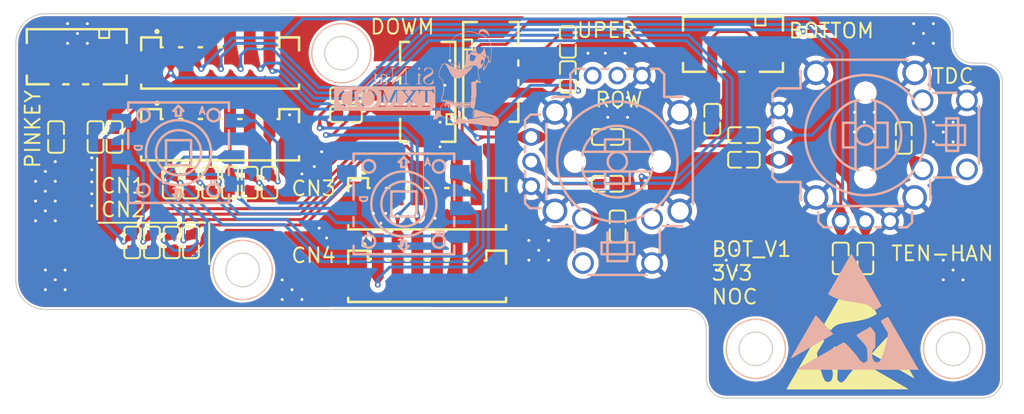
<source format=kicad_pcb>
(kicad_pcb (version 20240108) (generator "pcbnew") (generator_version "8.0")
  (layers (0 "F.Cu" signal) (31 "B.Cu" signal) (34 "B.Paste" user) (35 "F.Paste" user) (36 "B.SilkS" user "B.Silkscreen") (37 "F.SilkS" user "F.Silkscreen") (38 "B.Mask" user) (39 "F.Mask" user) (44 "Edge.Cuts" user))
  (net 0 "")
  (net 1 "+3V3")
  (net 2 "GND")
  (net 3 "/TDC-KEY1")
  (net 4 "/ROW-KEY1")
  (net 5 "/BOTTOM-KEY")
  (net 6 "/PINKEY-AHEAD")
  (net 7 "/PINKEY-FOWORD")
  (net 8 "/PINKEYKEY-AHEAD")
  (net 9 "/PINKEYKEY-FOWORD")
  (net 10 "/PINKEYKEYKEY-AHEAD")
  (net 11 "/PINKEYKEYKEY-FOWORD")
  (net 12 "/MID-HAND")
  (net 13 "/MID-LEFT")
  (net 14 "/MID-FORW")
  (net 15 "/MID-RIGHT")
  (net 16 "/MID-KEY")
  (net 17 "/MAD-HAND")
  (net 18 "/MAD-LEFT")
  (net 19 "/MAD-FORW")
  (net 20 "/MAD-RIGHT")
  (net 21 "/MAD-KEY")
  (net 22 "/TDC-RV1")
  (net 23 "/TDC-RV2")
  (net 24 "/ROW-RV1")
  (footprint "self-mod:0603_C" (layer "F.Cu") (at 113.7099 96.13 90)
    (property "Reference" "C15" (hide yes))
    (property "Value" "100nf/50V" (hide yes))
  )
  (footprint "self-mod:0603_C" (layer "F.Cu") (at 182 91.6 90)
    (property "Reference" "C3" (hide yes))
    (property "Value" "100nf/50V" (hide yes))
  )
  (footprint "self-mod:0603_C" (layer "F.Cu") (at 125.47 89.18 180)
    (property "Reference" "C8" (hide yes))
    (property "Value" "100nf/50V" (hide yes))
  )
  (footprint "self-mod:0603_C" (layer "F.Cu") (at 107.8 102.2 90)
    (property "Reference" "C19" (hide yes))
    (property "Value" "100nf/50V" (hide yes))
  )
  (footprint "self-mod:0603_C" (layer "F.Cu") (at 162.59 89.75 -90)
    (property "Reference" "C5" (hide yes))
    (property "Value" "100nf/50V" (hide yes))
  )
  (footprint "self-mod:0603_C" (layer "F.Cu") (at 153 100.562 -90)
    (property "Reference" "C4" (hide yes))
    (property "Value" "100nf/50V" (hide yes))
  )
  (footprint "self-mod:0603_C" (layer "F.Cu") (at 109.75 102.2 90)
    (property "Reference" "C18" (hide yes))
    (property "Value" "100nf/50V" (hide yes))
  )
  (footprint "self-connecte:CONN-SMD_3P-P2.00_PH2.0-LT-3P" (layer "F.Cu") (at 164.59 83.4565 180)
    (property "Reference" "J1" (hide yes))
    (property "Value" "PH2.0-LS-3P" (hide yes))
  )
  (footprint "self-mod:0603_C" (layer "F.Cu") (at 100.08 91.5 -90)
    (property "Reference" "C10" (hide yes))
    (property "Value" "100nf/50V" (hide yes))
  )
  (footprint "self-connecte:CONN-SMD_6P-P2.00_SHOU_2.0-6PLTDK" (layer "F.Cu") (at 133.6901 97.455)
    (property "Reference" "P3" (hide yes))
    (property "Value" "PH2.0-6P-LT" (hide yes))
  )
  (footprint "self-mod:0603_C" (layer "F.Cu") (at 147.95 85.41 90)
    (property "Reference" "C7" (hide yes))
    (property "Value" "100nf/50V" (hide yes))
  )
  (footprint "self-mod:0603_C" (layer "F.Cu") (at 115.7099 96.13 90)
    (property "Reference" "C16" (hide yes))
    (property "Value" "100nf/50V" (hide yes))
  )
  (footprint "self-connecte:CONN-SMD_3P-P2.00_PH2.0-LT-3P" (layer "F.Cu") (at 132.3835 86.82 90)
    (property "Reference" "J3" (hide yes))
    (property "Value" "PH2.0-LS-3P" (hide yes))
  )
  (footprint "self-mod:0603_C" (layer "F.Cu") (at 165.8 91.311)
    (property "Reference" "C23" (hide yes))
    (property "Value" "100nf/50V" (hide yes))
  )
  (footprint "self-mod:0603_C" (layer "F.Cu") (at 152 91.5 180)
    (property "Reference" "C2" (hide yes))
    (property "Value" "100nf/50V" (hide yes))
  )
  (footprint "self-mod:0603_C" (layer "F.Cu") (at 147.95 81.85 -90)
    (property "Reference" "C6" (hide yes))
    (property "Value" "100nf/50V" (hide yes))
  )
  (footprint "self-mod:0603_C" (layer "F.Cu") (at 103.8 102.2 90)
    (property "Reference" "C21" (hide yes))
    (property "Value" "100nf/50V" (hide yes))
  )
  (footprint "self-mod:0603_C" (layer "F.Cu") (at 111.7099 96.13 90)
    (property "Reference" "C14" (hide yes))
    (property "Value" "100nf/50V" (hide yes))
  )
  (footprint "self-mod:0603_C" (layer "F.Cu") (at 102 91.5 -90)
    (property "Reference" "C25" (hide yes))
    (property "Value" "100nf/50V" (hide yes))
  )
  (footprint "self-mod:0603_C" (layer "F.Cu") (at 117.7099 96.13 90)
    (property "Reference" "C17" (hide yes))
    (property "Value" "100nf/50V" (hide yes))
  )
  (footprint "self-connecte:CONN-SMD_6P-P2.00_SHOU_2.0-6PLTDK" (layer "F.Cu") (at 133.6901 104.815)
    (property "Reference" "P4" (hide yes))
    (property "Value" "PH2.0-6P-LT" (hide yes))
  )
  (footprint "self-mod:0603_C" (layer "F.Cu") (at 151.98 96.25 180)
    (property "Reference" "C24" (hide yes))
    (property "Value" "100nf/50V" (hide yes))
  )
  (footprint "self-connecte:CONN-SMD_6P-P2.00_SHOU_2.0-6PLTDK" (layer "F.Cu") (at 112.71 90.45)
    (property "Reference" "P2" (hide yes))
    (property "Value" "PH2.0-6P-LT" (hide yes))
  )
  (footprint "self-mod:0603_C" (layer "F.Cu") (at 165.8 93.81)
    (property "Reference" "C1" (hide yes))
    (property "Value" "100nf/50V" (hide yes))
  )
  (footprint "self-connecte:CONN-SMD_6P-P2.00_SHOU_2.0-6PLTDK" (layer "F.Cu") (at 112.71 83.17)
    (property "Reference" "P1" (hide yes))
    (property "Value" "PH2.0-6P-LT" (hide yes))
  )
  (footprint "self-mod:0603_C" (layer "F.Cu") (at 109.7099 96.13 90)
    (property "Reference" "C13" (hide yes))
    (property "Value" "100nf/50V" (hide yes))
  )
  (footprint "self-mod:0603_C" (layer "F.Cu") (at 105.8 102.2 90)
    (property "Reference" "C20" (hide yes))
    (property "Value" "100nf/50V" (hide yes))
  )
  (footprint "self-mod:0603_C" (layer "F.Cu") (at 175.6065 103.82 90)
    (property "Reference" "C26" (hide yes))
    (property "Value" "100nf/50V" (hide yes))
  )
  (footprint "self-mod:0603_C" (layer "F.Cu") (at 96.08 91.5 -90)
    (property "Reference" "C11" (hide yes))
    (property "Value" "100nf/50V" (hide yes))
  )
  (footprint "self-mod:0603_C" (layer "F.Cu") (at 178.1065 103.82 90)
    (property "Reference" "C22" (hide yes))
    (property "Value" "100nf/50V" (hide yes))
  )
  (footprint "Symbol:ESD-Logo_13.2x12mm_SilkScreen" (layer "F.Cu") (at 176.6 111.2)
    (property "Reference" "REF**" (hide yes))
    (property "Value" "ESD-Logo_13.2x12mm_SilkScreen" (hide yes))
  )
  (footprint "self-connecte:CONN-SMD_3P-P2.00_PH2.0-LT-3P" (layer "F.Cu") (at 98.08 84.7265 180)
    (property "Reference" "J4" (hide yes))
    (property "Value" "PH2.0-LS-3P" (hide yes))
  )
  (footprint "self-mod:0603_C" (layer "F.Cu") (at 125.47 87.28 180)
    (property "Reference" "C9" (hide yes))
    (property "Value" "100nf/50V" (hide yes))
  )
  (footprint "self-mod:0603_C" (layer "F.Cu") (at 107.7099 96.13 90)
    (property "Reference" "C12" (hide yes))
    (property "Value" "100nf/50V" (hide yes))
  )
  (footprint "self-connecte:CONN-SMD_3P-P2.00_PH2.0-LT-3P" (layer "F.Cu") (at 141.5065 85 -90)
    (property "Reference" "J2" (hide yes))
    (property "Value" "PH2.0-LS-3P" (hide yes))
  )
  (footprint "Symbol:ESD-Logo_13.2x12mm_SilkScreen" (layer "B.Cu") (at 177 109.2 180)
    (property "Reference" "REF**" (hide yes))
    (property "Value" "ESD-Logo_13.2x12mm_SilkScreen" (hide yes))
  )
  (footprint "self-mod:logo-mengniangxiaoyugan-test" (layer "B.Cu") (at 107.779113 85.578676 180)
    (property "Reference" "G***" (hide yes))
    (property "Value" "LOGO" (hide yes))
  )
  (footprint "self-mod:5AXIS_SWITCH-SMD_K1-1506SN-01" (layer "B.Cu") (at 131.315 98.293932 180)
    (property "Reference" "SW3" (hide yes))
    (property "Value" "K1-1506SN-01" (hide yes))
  )
  (footprint "self-mod:4AXIS_ROTATE-TH_RKJXV1224005" (layer "B.Cu") (at 178.8875 92.513 -90)
    (property "Reference" "SW1" (hide yes))
    (property "Value" "RKJXV1224005" (hide yes))
  )
  (footprint "self-mod:5AXIS_SWITCH-SMD_K1-1506SN-01" (layer "B.Cu") (at 108.475 93.093932 180)
    (property "Reference" "SW4" (hide yes))
    (property "Value" "K1-1506SN-01" (hide yes))
  )
  (footprint "self-mod:4AXIS_ROTATE-TH_RKJXV1224005" (layer "B.Cu") (at 151.767 94.781 180)
    (property "Reference" "SW2" (hide yes))
    (property "Value" "RKJXV1224005" (hide yes))
  )
  (gr_circle (center 115 105) (end 118 105) (stroke (width 0.13)) (fill none) (layer "B.SilkS"))
  (gr_circle (center 187 113) (end 190 113) (stroke (width 0.13)) (fill none) (layer "B.SilkS"))
  (gr_circle (center 125 83) (end 128 83) (stroke (width 0.13)) (fill none) (layer "B.SilkS"))
  (gr_circle (center 167 113) (end 170 113) (stroke (width 0.13)) (fill none) (layer "B.SilkS"))
  (gr_circle (center 187 113) (end 190 113) (stroke (width 0.13)) (fill none) (layer "F.SilkS"))
  (gr_circle (center 125 83) (end 128 83) (stroke (width 0.13)) (fill none) (layer "F.SilkS"))
  (gr_circle (center 115 105) (end 118 105) (stroke (width 0.13)) (fill none) (layer "F.SilkS"))
  (gr_line (start 111.6 100.2) (end 111.6 104.4) (stroke (width 0.2)) (layer "F.SilkS"))
  (gr_line (start 100.25 93.65) (end 100.25 99.85) (stroke (width 0.2)) (layer "F.SilkS"))
  (gr_circle (center 167 113) (end 170 113) (stroke (width 0.13)) (fill none) (layer "F.SilkS"))
  (gr_line (start 100.4 100.2) (end 111.2 100.2) (stroke (width 0.2)) (layer "F.SilkS"))
  (gr_line (start 162 115.993355) (end 162 110.999999) (stroke (width 0.13)) (layer "Edge.Cuts"))
  (gr_circle (center 167 113) (end 168.7 113) (stroke (width 0.13)) (fill none) (layer "Edge.Cuts"))
  (gr_arc (start 192 115.999988) (mid 191.414218 117.414209) (end 190 117.999988) (stroke (width 0.13)) (layer "Edge.Cuts"))
  (gr_line (start 92 82) (end 92 105.999998) (stroke (width 0.13)) (layer "Edge.Cuts"))
  (gr_line (start 190 83.999999) (end 189 83.999999) (stroke (width 0.13)) (layer "Edge.Cuts"))
  (gr_line (start 190 117.999999) (end 164 117.999999) (stroke (width 0.13)) (layer "Edge.Cuts"))
  (gr_line (start 192 115.999988) (end 192 85.999999) (stroke (width 0.13)) (layer "Edge.Cuts"))
  (gr_arc (start 189 83.999999) (mid 187.58344 83.411862) (end 187 81.993355) (stroke (width 0.13)) (layer "Edge.Cuts"))
  (gr_arc (start 160 108.999999) (mid 161.414214 109.585785) (end 162 110.999999) (stroke (width 0.13)) (layer "Edge.Cuts"))
  (gr_arc (start 164 117.999999) (mid 162.58344 117.411862) (end 162 115.993355) (stroke (width 0.13)) (layer "Edge.Cuts"))
  (gr_line (start 185 78.999999) (end 95.000001 78.999999) (stroke (width 0.13)) (layer "Edge.Cuts"))
  (gr_arc (start 190 83.999999) (mid 191.414214 84.585785) (end 192 85.999999) (stroke (width 0.13)) (layer "Edge.Cuts"))
  (gr_circle (center 125 83) (end 126.7 83) (stroke (width 0.13)) (fill none) (layer "Edge.Cuts"))
  (gr_circle (center 187 113) (end 188.7 113) (stroke (width 0.13)) (fill none) (layer "Edge.Cuts"))
  (gr_line (start 187 81.993355) (end 187 80.999999) (stroke (width 0.13)) (layer "Edge.Cuts"))
  (gr_line (start 95.000001 108.999999) (end 160 108.999999) (stroke (width 0.13)) (layer "Edge.Cuts"))
  (gr_arc (start 95.000001 108.999999) (mid 92.87868 108.121319) (end 92 105.999998) (stroke (width 0.13)) (layer "Edge.Cuts"))
  (gr_arc (start 185 78.999999) (mid 186.414214 79.585785) (end 187 80.999999) (stroke (width 0.13)) (layer "Edge.Cuts"))
  (gr_circle (center 115 105) (end 116.7 105) (stroke (width 0.13)) (fill none) (layer "Edge.Cuts"))
  (gr_arc (start 92 82) (mid 92.87868 79.878679) (end 95.000001 78.999999) (stroke (width 0.13)) (layer "Edge.Cuts"))
  (gr_text "BOTTOM" (at 170.2 81.6 0) (layer "F.SilkS") (effects (font (size 1.5 1.5) (thickness 0.2)) (justify left bottom)))
  (gr_text "PINKEY" (at 94.6 94.8 90) (layer "F.SilkS") (effects (font (size 1.5 1.5) (thickness 0.2)) (justify left bottom)))
  (gr_text "CN3" (at 119.8 97.6 0) (layer "F.SilkS") (effects (font (size 1.5 1.5) (thickness 0.2)) (justify left bottom)))
  (gr_text "TDC" (at 184.8 86.2 0) (layer "F.SilkS") (effects (font (size 1.5 1.5) (thickness 0.2)) (justify left bottom)))
  (gr_text "CN4" (at 119.8 104.4 0) (layer "F.SilkS") (effects (font (size 1.5 1.5) (thickness 0.2)) (justify left bottom)))
  (gr_text "BOT_V1\n3V3\nNOC" (at 162.4 108.6 0) (layer "F.SilkS") (effects (font (size 1.5 1.5) (thickness 0.2)) (justify left bottom)))
  (gr_text "DOWM" (at 127.8 81.2 0) (layer "F.SilkS") (effects (font (size 1.5 1.5) (thickness 0.2)) (justify left bottom)))
  (gr_text "CN1\nCN2" (at 100.5 99.75 0) (layer "F.SilkS") (effects (font (size 1.5 1.5) (thickness 0.2)) (justify left bottom)))
  (gr_text "TEN-HAN" (at 180.6 104.2 0) (layer "F.SilkS") (effects (font (size 1.5 1.5) (thickness 0.2)) (justify left bottom)))
  (gr_text "UPER" (at 148.75 81.55 0) (layer "F.SilkS") (effects (font (size 1.5 1.5) (thickness 0.2)) (justify left bottom)))
  (gr_text "ROW" (at 150.6 88.6 0) (layer "F.SilkS") (effects (font (size 1.5 1.5) (thickness 0.2)) (justify left bottom)))
  (segment (start 175.6065 103.05) (end 175.6065 100.04) (width 0.3) (layer "F.Cu") (net 1))
  (segment (start 144.24 91.5) (end 138.9 91.5) (width 0.3) (layer "F.Cu") (net 1))
  (segment (start 166.57 93.81) (end 169.3765 93.81) (width 0.3) (layer "F.Cu") (net 1))
  (segment (start 102 90.73) (end 107.7099 85.0201) (width 0.3) (layer "F.Cu") (net 1))
  (segment (start 165.15 92.39) (end 152.12 92.39) (width 0.3) (layer "F.Cu") (net 1))
  (segment (start 152.12 92.39) (end 151.23 91.5) (width 0.3) (layer "F.Cu") (net 1))
  (segment (start 107.7099 85.0201) (end 107.7099 81.895) (width 0.3) (layer "F.Cu") (net 1))
  (segment (start 144.24 91.5) (end 151.23 91.5) (width 0.3) (layer "F.Cu") (net 1))
  (segment (start 173.01 93.81) (end 169.3765 93.81) (width 0.3) (layer "F.Cu") (net 1))
  (segment (start 166.57 93.81) (end 165.15 92.39) (width 0.3) (layer "F.Cu") (net 1))
  (segment (start 175.6065 100.04) (end 175.6065 96.4065) (width 0.3) (layer "F.Cu") (net 1))
  (segment (start 138.9 91.5) (end 138.8 91.6) (width 0.3) (layer "F.Cu") (net 1))
  (segment (start 175.6065 96.4065) (end 173.01 93.81) (width 0.3) (layer "F.Cu") (net 1))
  (via (at 138.8 91.6) (size 0.6) (drill 0.3) (layers "F.Cu" "B.Cu") (net 1))
  (via (at 107.7099 85.0201) (size 0.6) (drill 0.3) (layers "F.Cu" "B.Cu") (net 1))
  (segment (start 118.616546 85.5) (end 108.1898 85.5) (width 0.3) (layer "B.Cu") (net 1))
  (segment (start 121.788401 88.671855) (end 118.616546 85.5) (width 0.3) (layer "B.Cu") (net 1))
  (segment (start 138.8 91.6) (end 135.871855 88.671855) (width 0.3) (layer "B.Cu") (net 1))
  (segment (start 108.1898 85.5) (end 107.7099 85.0201) (width 0.3) (layer "B.Cu") (net 1))
  (segment (start 135.871855 88.671855) (end 121.788401 88.671855) (width 0.3) (layer "B.Cu") (net 1))
  (via (at 128.25 99.25) (size 0.6) (drill 0.3) (layers "F.Cu" "B.Cu") (net 2))
  (via (at 119.75 89.25) (size 0.6) (drill 0.3) (layers "F.Cu" "B.Cu") (net 2))
  (via (at 152 89.5) (size 0.6) (drill 0.3) (layers "F.Cu" "B.Cu") (net 2))
  (via (at 185 80) (size 0.6) (drill 0.3) (layers "F.Cu" "B.Cu") (net 2))
  (via (at 183 82) (size 0.6) (drill 0.3) (layers "F.Cu" "B.Cu") (net 2))
  (via (at 119 108) (size 0.6) (drill 0.3) (layers "F.Cu" "B.Cu") (net 2))
  (via (at 96 106) (size 0.6) (drill 0.3) (layers "F.Cu" "B.Cu") (net 2))
  (via (at 96 94) (size 0.6) (drill 0.3) (layers "F.Cu" "B.Cu") (net 2))
  (via (at 97.25 80) (size 0.6) (drill 0.3) (layers "F.Cu" "B.Cu") (net 2))
  (via (at 129 100.25) (size 0.6) (drill 0.3) (layers "F.Cu" "B.Cu") (net 2))
  (via (at 186 104) (size 0.6) (drill 0.3) (layers "F.Cu" "B.Cu") (net 2))
  (via (at 96 100) (size 0.6) (drill 0.3) (layers "F.Cu" "B.Cu") (net 2))
  (via (at 179 89) (size 0.6) (drill 0.3) (layers "F.Cu" "B.Cu") (net 2))
  (via (at 97 107) (size 0.6) (drill 0.3) (layers "F.Cu" "B.Cu") (net 2))
  (via (at 146 102) (size 0.6) (drill 0.3) (layers "F.Cu" "B.Cu") (net 2))
  (via (at 94 100) (size 0.6) (drill 0.3) (layers "F.Cu" "B.Cu") (net 2))
  (via (at 163 103) (size 0.6) (drill 0.3) (layers "F.Cu" "B.Cu") (net 2))
  (via (at 97 105) (size 0.6) (drill 0.3) (layers "F.Cu" "B.Cu") (net 2))
  (via (at 150 83) (size 0.6) (drill 0.3) (layers "F.Cu" "B.Cu") (net 2))
  (via (at 152 87.5) (size 0.6) (drill 0.3) (layers "F.Cu" "B.Cu") (net 2))
  (via (at 99.7 98.48) (size 0.6) (drill 0.3) (layers "F.Cu" "B.Cu") (net 2))
  (via (at 185 92) (size 0.6) (drill 0.3) (layers "F.Cu" "B.Cu") (net 2))
  (via (at 129.5 99.25) (size 0.6) (drill 0.3) (layers "F.Cu" "B.Cu") (net 2))
  (via (at 153.75 83) (size 0.6) (drill 0.3) (layers "F.Cu" "B.Cu") (net 2))
  (via (at 164 104) (size 0.6) (drill 0.3) (layers "F.Cu" "B.Cu") (net 2))
  (via (at 123.75 89.75) (size 0.6) (drill 0.3) (layers "F.Cu" "B.Cu") (net 2))
  (via (at 99.7 96.05) (size 0.6) (drill 0.3) (layers "F.Cu" "B.Cu") (net 2))
  (via (at 185 82) (size 0.6) (drill 0.3) (layers "F.Cu" "B.Cu") (net 2))
  (via (at 145 103) (size 0.6) (drill 0.3) (layers "F.Cu" "B.Cu") (net 2))
  (via (at 96 96) (size 0.6) (drill 0.3) (layers "F.Cu" "B.Cu") (net 2))
  (via (at 144 104) (size 0.6) (drill 0.3) (layers "F.Cu" "B.Cu") (net 2))
  (via (at 96 98) (size 0.6) (drill 0.3) (layers "F.Cu" "B.Cu") (net 2))
  (via (at 134.5 99.75) (size 0.6) (drill 0.3) (layers "F.Cu" "B.Cu") (net 2))
  (via (at 95 105) (size 0.6) (drill 0.3) (layers "F.Cu" "B.Cu") (net 2))
  (via (at 123.5 101.75) (size 0.6) (drill 0.3) (layers "F.Cu" "B.Cu") (net 2))
  (via (at 135.5 86.25) (size 0.6) (drill 0.3) (layers "F.Cu" "B.Cu") (net 2))
  (via (at 99.25 82) (size 0.6) (drill 0.3) (layers "F.Cu" "B.Cu") (net 2))
  (via (at 95 107) (size 0.6) (drill 0.3) (layers "F.Cu" "B.Cu") (net 2))
  (via (at 99.25 80) (size 0.6) (drill 0.3) (layers "F.Cu" "B.Cu") (net 2))
  (via (at 187 90) (size 0.6) (drill 0.3) (layers "F.Cu" "B.Cu") (net 2))
  (via (at 98.25 81) (size 0.6) (drill 0.3) (layers "F.Cu" "B.Cu") (net 2))
  (via (at 135 92.5) (size 0.6) (drill 0.3) (layers "F.Cu" "B.Cu") (net 2))
  (via (at 177 89) (size 0.6) (drill 0.3) (layers "F.Cu" "B.Cu") (net 2))
  (via (at 177 91) (size 0.6) (drill 0.3) (layers "F.Cu" "B.Cu") (net 2))
  (via (at 94 98) (size 0.6) (drill 0.3) (layers "F.Cu" "B.Cu") (net 2))
  (via (at 127.25 101.75) (size 0.6) (drill 0.3) (layers "F.Cu" "B.Cu") (net 2))
  (via (at 121 108) (size 0.6) (drill 0.3) (layers "F.Cu" "B.Cu") (net 2))
  (via (at 187 105) (size 0.6) (drill 0.3) (layers "F.Cu" "B.Cu") (net 2))
  (via (at 120 107) (size 0.6) (drill 0.3) (layers "F.Cu" "B.Cu") (net 2))
  (via (at 95 97) (size 0.6) (drill 0.3) (layers "F.Cu" "B.Cu") (net 2))
  (via (at 183 80) (size 0.6) (drill 0.3) (layers "F.Cu" "B.Cu") (net 2))
  (via (at 135 90) (size 0.6) (drill 0.3) (layers "F.Cu" "B.Cu") (net 2))
  (via (at 122.25 94.5) (size 0.6) (drill 0.3) (layers "F.Cu" "B.Cu") (net 2))
  (via (at 151.75 83) (size 0.6) (drill 0.3) (layers "F.Cu" "B.Cu") (net 2))
  (via (at 163 105) (size 0.6) (drill 0.3) (layers "F.Cu" "B.Cu") (net 2))
  (via (at 119 106) (size 0.6) (drill 0.3) (layers "F.Cu" "B.Cu") (net 2))
  (via (at 165 105) (size 0.6) (drill 0.3) (layers "F.Cu" "B.Cu") (net 2))
  (via (at 95 99) (size 0.6) (drill 0.3) (layers "F.Cu" "B.Cu") (net 2))
  (via (at 153 88.5) (size 0.6) (drill 0.3) (layers "F.Cu" "B.Cu") (net 2))
  (via (at 185 90) (size 0.6) (drill 0.3) (layers "F.Cu" "B.Cu") (net 2))
  (via (at 99.7 93.62) (size 0.6) (drill 0.3) (layers "F.Cu" "B.Cu") (net 2))
  (via (at 146 104) (size 0.6) (drill 0.3) (layers "F.Cu" "B.Cu") (net 2))
  (via (at 99.7 94.835) (size 0.6) (drill 0.3) (layers "F.Cu" "B.Cu") (net 2))
  (via (at 178 90) (size 0.6) (drill 0.3) (layers "F.Cu" "B.Cu") (net 2))
  (via (at 154 87.5) (size 0.6) (drill 0.3) (layers "F.Cu" "B.Cu") (net 2))
  (via (at 187 92) (size 0.6) (drill 0.3) (layers "F.Cu" "B.Cu") (net 2))
  (via (at 122.75 100.75) (size 0.6) (drill 0.3) (layers "F.Cu" "B.Cu") (net 2))
  (via (at 94 96) (size 0.6) (drill 0.3) (layers "F.Cu" "B.Cu") (net 2))
  (via (at 179 91) (size 0.6) (drill 0.3) (layers "F.Cu" "B.Cu") (net 2))
  (via (at 97.25 82) (size 0.6) (drill 0.3) (layers "F.Cu" "B.Cu") (net 2))
  (via (at 188 104) (size 0.6) (drill 0.3) (layers "F.Cu" "B.Cu") (net 2))
  (via (at 123 93) (size 0.6) (drill 0.3) (layers "F.Cu" "B.Cu") (net 2))
  (via (at 186 106) (size 0.6) (drill 0.3) (layers "F.Cu" "B.Cu") (net 2))
  (via (at 165 103) (size 0.6) (drill 0.3) (layers "F.Cu" "B.Cu") (net 2))
  (via (at 144 102) (size 0.6) (drill 0.3) (layers "F.Cu" "B.Cu") (net 2))
  (via (at 186 91) (size 0.6) (drill 0.3) (layers "F.Cu" "B.Cu") (net 2))
  (via (at 121 95.25) (size 0.6) (drill 0.3) (layers "F.Cu" "B.Cu") (net 2))
  (via (at 136 83.75) (size 0.6) (drill 0.3) (layers "F.Cu" "B.Cu") (net 2))
  (via (at 154 89.5) (size 0.6) (drill 0.3) (layers "F.Cu" "B.Cu") (net 2))
  (via (at 184 81) (size 0.6) (drill 0.3) (layers "F.Cu" "B.Cu") (net 2))
  (via (at 99.7 97.265) (size 0.6) (drill 0.3) (layers "F.Cu" "B.Cu") (net 2))
  (via (at 95 95) (size 0.6) (drill 0.3) (layers "F.Cu" "B.Cu") (net 2))
  (via (at 188 106) (size 0.6) (drill 0.3) (layers "F.Cu" "B.Cu") (net 2))
  (segment (start 179.183884 80.783884) (end 180.6 82.2) (width 0.3) (layer "F.Cu") (net 3))
  (segment (start 182 92.37) (end 182 92.8925) (width 0.3) (layer "F.Cu") (net 3))
  (segment (start 171.816116 80.783884) (end 179.183884 80.783884) (width 0.3) (layer "F.Cu") (net 3))
  (segment (start 180.6 90.97) (end 182 92.37) (width 0.3) (layer "F.Cu") (net 3))
  (segment (start 113.7099 81.895) (end 113.7099 83.5099) (width 0.3) (layer "F.Cu") (net 3))
  (segment (start 182 92.8925) (end 183.8985 94.791) (width 0.3) (layer "F.Cu") (net 3))
  (segment (start 180.6 82.2) (end 180.6 90.97) (width 0.3) (layer "F.Cu") (net 3))
  (segment (start 113.7099 83.5099) (end 114.8 84.6) (width 0.3) (layer "F.Cu") (net 3))
  (via (at 114.8 84.6) (size 0.6) (drill 0.3) (layers "F.Cu" "B.Cu") (net 3))
  (via (at 171.816116 80.783884) (size 0.6) (drill 0.3) (layers "F.Cu" "B.Cu") (net 3))
  (segment (start 133.371855 80.628145) (end 126.978145 87.021855) (width 0.3) (layer "B.Cu") (net 3))
  (segment (start 126.978145 87.021855) (end 122.471855 87.021855) (width 0.3) (layer "B.Cu") (net 3))
  (segment (start 171.816116 80.783884) (end 171.660377 80.628145) (width 0.3) (layer "B.Cu") (net 3))
  (segment (start 115.45 82.55) (end 114.8 83.2) (width 0.3) (layer "B.Cu") (net 3))
  (segment (start 171.660377 80.628145) (end 133.371855 80.628145) (width 0.3) (layer "B.Cu") (net 3))
  (segment (start 118 82.55) (end 115.45 82.55) (width 0.3) (layer "B.Cu") (net 3))
  (segment (start 114.8 83.2) (end 114.8 84.6) (width 0.3) (layer "B.Cu") (net 3))
  (segment (start 122.471855 87.021855) (end 118 82.55) (width 0.3) (layer "B.Cu") (net 3))
  (segment (start 155.416865 95.5) (end 155.416865 97.375135) (width 0.3) (layer "F.Cu") (net 4))
  (segment (start 117.7099 81.895) (end 117.7099 84.5099) (width 0.3) (layer "F.Cu") (net 4))
  (segment (start 117.7099 84.5099) (end 118 84.8) (width 0.3) (layer "F.Cu") (net 4))
  (segment (start 155.416865 97.375135) (end 153 99.792) (width 0.3) (layer "F.Cu") (net 4))
  (segment (start 149.489 99.792) (end 153 99.792) (width 0.3) (layer "F.Cu") (net 4))
  (via (at 155.416865 95.5) (size 0.6) (drill 0.3) (layers "F.Cu" "B.Cu") (net 4))
  (via (at 118 84.8) (size 0.6) (drill 0.3) (layers "F.Cu" "B.Cu") (net 4))
  (segment (start 158.972182 95.65) (end 155.566865 95.65) (width 0.3) (layer "B.Cu") (net 4))
  (segment (start 127.455963 88.121855) (end 127.778145 87.799672) (width 0.3) (layer "B.Cu") (net 4))
  (segment (start 133.849672 81.728145) (end 159.950326 81.728145) (width 0.3) (layer "B.Cu") (net 4))
  (segment (start 159.950326 81.728145) (end 164.05 85.827819) (width 0.3) (layer "B.Cu") (net 4))
  (segment (start 122.016219 88.121855) (end 127.455963 88.121855) (width 0.3) (layer "B.Cu") (net 4))
  (segment (start 164.05 85.827819) (end 164.05 90.572182) (width 0.3) (layer "B.Cu") (net 4))
  (segment (start 118.694364 84.8) (end 122.016219 88.121855) (width 0.3) (layer "B.Cu") (net 4))
  (segment (start 155.566865 95.65) (end 155.416865 95.5) (width 0.3) (layer "B.Cu") (net 4))
  (segment (start 164.05 90.572182) (end 158.972182 95.65) (width 0.3) (layer "B.Cu") (net 4))
  (segment (start 127.778145 87.799672) (end 133.849672 81.728145) (width 0.3) (layer "B.Cu") (net 4))
  (segment (start 118 84.8) (end 118.694364 84.8) (width 0.3) (layer "B.Cu") (net 4))
  (segment (start 162.59 88.98) (end 162.59 84.5815) (width 0.3) (layer "F.Cu") (net 5))
  (segment (start 163.2 80.8) (end 162.59 81.41) (width 0.3) (layer "F.Cu") (net 5))
  (segment (start 136.69 84.56) (end 136.69 96.18) (width 0.3) (layer "F.Cu") (net 5))
  (segment (start 162.59 88.98) (end 162.565 88.98) (width 0.3) (layer "F.Cu") (net 5))
  (segment (start 162.565 88.98) (end 153.385 79.8) (width 0.3) (layer "F.Cu") (net 5))
  (segment (start 141.706491 82.1) (end 139.15 82.1) (width 0.3) (layer "F.Cu") (net 5))
  (segment (start 166.59 84.5815) (end 166.59 81.39) (width 0.3) (layer "F.Cu") (net 5))
  (segment (start 153.385 79.8) (end 144.006491 79.8) (width 0.3) (layer "F.Cu") (net 5))
  (segment (start 139.15 82.1) (end 136.69 84.56) (width 0.3) (layer "F.Cu") (net 5))
  (segment (start 162.59 81.41) (end 162.59 84.5815) (width 0.3) (layer "F.Cu") (net 5))
  (segment (start 166 80.8) (end 163.2 80.8) (width 0.3) (layer "F.Cu") (net 5))
  (segment (start 144.006491 79.8) (end 141.706491 82.1) (width 0.3) (layer "F.Cu") (net 5))
  (segment (start 166.59 81.39) (end 166 80.8) (width 0.3) (layer "F.Cu") (net 5))
  (segment (start 138.69 96.18) (end 138.69 92.49) (width 0.3) (layer "F.Cu") (net 6))
  (segment (start 147.12 81.08) (end 145.2 83) (width 0.3) (layer "F.Cu") (net 6))
  (segment (start 137.24 91.04) (end 137.24 84.787818) (width 0.3) (layer "F.Cu") (net 6))
  (segment (start 138.69 92.49) (end 137.24 91.04) (width 0.3) (layer "F.Cu") (net 6))
  (segment (start 139.027818 83) (end 142.6315 83) (width 0.3) (layer "F.Cu") (net 6))
  (segment (start 147.95 81.08) (end 147.12 81.08) (width 0.3) (layer "F.Cu") (net 6))
  (segment (start 137.24 84.787818) (end 139.027818 83) (width 0.3) (layer "F.Cu") (net 6))
  (segment (start 145.2 83) (end 142.6315 83) (width 0.3) (layer "F.Cu") (net 6))
  (segment (start 147.130547 86.18) (end 147.95 86.18) (width 0.3) (layer "F.Cu") (net 7))
  (segment (start 147.95 86.18) (end 148.38 86.18) (width 0.3) (layer "F.Cu") (net 7))
  (segment (start 148.38 86.18) (end 149 86.8) (width 0.3) (layer "F.Cu") (net 7))
  (segment (start 142.6315 87) (end 146.310547 87) (width 0.3) (layer "F.Cu") (net 7))
  (segment (start 128.69 106.49) (end 128.69 103.54) (width 0.3) (layer "F.Cu") (net 7))
  (segment (start 146.310547 87) (end 147.130547 86.18) (width 0.3) (layer "F.Cu") (net 7))
  (via (at 149 86.8) (size 0.6) (drill 0.3) (layers "F.Cu" "B.Cu") (net 7))
  (via (at 128.69 106.49) (size 0.6) (drill 0.3) (layers "F.Cu" "B.Cu") (net 7))
  (segment (start 139.9 102.855636) (end 139.9 90.5) (width 0.3) (layer "B.Cu") (net 7))
  (segment (start 128.69 106.49) (end 128.69 105.91) (width 0.3) (layer "B.Cu") (net 7))
  (segment (start 128.69 105.91) (end 129.9 104.7) (width 0.3) (layer "B.Cu") (net 7))
  (segment (start 148.45 86.25) (end 149 86.8) (width 0.3) (layer "B.Cu") (net 7))
  (segment (start 129.9 104.7) (end 138.055636 104.7) (width 0.3) (layer "B.Cu") (net 7))
  (segment (start 139.9 90.5) (end 144.15 86.25) (width 0.3) (layer "B.Cu") (net 7))
  (segment (start 144.15 86.25) (end 148.45 86.25) (width 0.3) (layer "B.Cu") (net 7))
  (segment (start 138.055636 104.7) (end 139.9 102.855636) (width 0.3) (layer "B.Cu") (net 7))
  (segment (start 124.1 91.3) (end 126.22 89.18) (width 0.3) (layer "F.Cu") (net 8))
  (segment (start 127.42 89.18) (end 127.8 88.8) (width 0.3) (layer "F.Cu") (net 8))
  (segment (start 130.69 99.5) (end 130.69 103.54) (width 0.3) (layer "F.Cu") (net 8))
  (segment (start 123.426101 91.3) (end 124.1 91.3) (width 0.3) (layer "F.Cu") (net 8))
  (segment (start 126.22 89.18) (end 126.24 89.18) (width 0.3) (layer "F.Cu") (net 8))
  (segment (start 127.8 88.8) (end 131.2385 88.8) (width 0.3) (layer "F.Cu") (net 8))
  (segment (start 131.2385 88.8) (end 131.2585 88.82) (width 0.3) (layer "F.Cu") (net 8))
  (segment (start 126.24 89.18) (end 127.42 89.18) (width 0.3) (layer "F.Cu") (net 8))
  (via (at 130.69 99.5) (size 0.6) (drill 0.3) (layers "F.Cu" "B.Cu") (net 8))
  (via (at 123.426101 91.3) (size 0.6) (drill 0.3) (layers "F.Cu" "B.Cu") (net 8))
  (segment (start 132.14 98.05) (end 130.69 99.5) (width 0.3) (layer "B.Cu") (net 8))
  (segment (start 123.426101 91.3) (end 131.272182 91.3) (width 0.3) (layer "B.Cu") (net 8))
  (segment (start 132.14 92.167818) (end 132.14 98.05) (width 0.3) (layer "B.Cu") (net 8))
  (segment (start 131.272182 91.3) (end 132.14 92.167818) (width 0.3) (layer "B.Cu") (net 8))
  (segment (start 123.835 88.29) (end 125.23 88.29) (width 0.3) (layer "F.Cu") (net 9))
  (segment (start 122.8 89.325) (end 123.835 88.29) (width 0.3) (layer "F.Cu") (net 9))
  (segment (start 122.8 90.6) (end 122.8 89.325) (width 0.3) (layer "F.Cu") (net 9))
  (segment (start 126.24 87.28) (end 128.7 84.82) (width 0.3) (layer "F.Cu") (net 9))
  (segment (start 125.23 88.29) (end 126.24 87.28) (width 0.3) (layer "F.Cu") (net 9))
  (segment (start 128.7 84.82) (end 131.2585 84.82) (width 0.3) (layer "F.Cu") (net 9))
  (segment (start 132.69 99.5) (end 132.69 103.54) (width 0.3) (layer "F.Cu") (net 9))
  (via (at 132.69 99.5) (size 0.6) (drill 0.3) (layers "F.Cu" "B.Cu") (net 9))
  (via (at 122.8 90.6) (size 0.6) (drill 0.3) (layers "F.Cu" "B.Cu") (net 9))
  (segment (start 122.8 90.6) (end 131.35 90.6) (width 0.3) (layer "B.Cu") (net 9))
  (segment (start 131.35 90.6) (end 132.69 91.94) (width 0.3) (layer "B.Cu") (net 9))
  (segment (start 132.69 91.94) (end 132.69 99.5) (width 0.3) (layer "B.Cu") (net 9))
  (segment (start 98.4 103.192182) (end 101.017818 105.81) (width 0.3) (layer "F.Cu") (net 10))
  (segment (start 124.99 107.99) (end 132.21 107.99) (width 0.3) (layer "F.Cu") (net 10))
  (segment (start 132.21 107.99) (end 134.69 105.51) (width 0.3) (layer "F.Cu") (net 10))
  (segment (start 101.017818 105.81) (end 108.500736 105.81) (width 0.3) (layer "F.Cu") (net 10))
  (segment (start 108.500736 105.81) (end 113.332591 100.978145) (width 0.3) (layer "F.Cu") (net 10))
  (segment (start 113.332591 100.978145) (end 117.978145 100.978145) (width 0.3) (layer "F.Cu") (net 10))
  (segment (start 134.69 105.51) (end 134.69 103.54) (width 0.3) (layer "F.Cu") (net 10))
  (segment (start 98.4 92.41) (end 98.4 103.192182) (width 0.3) (layer "F.Cu") (net 10))
  (segment (start 100.08 85.8515) (end 100.08 90.73) (width 0.3) (layer "F.Cu") (net 10))
  (segment (start 117.978145 100.978145) (end 124.99 107.99) (width 0.3) (layer "F.Cu") (net 10))
  (segment (start 100.08 90.73) (end 98.4 92.41) (width 0.3) (layer "F.Cu") (net 10))
  (segment (start 96.295 90.73) (end 97.85 92.285) (width 0.3) (layer "F.Cu") (net 11))
  (segment (start 113.560409 101.528145) (end 117.750327 101.528145) (width 0.3) (layer "F.Cu") (net 11))
  (segment (start 108.728554 106.36) (end 113.560409 101.528145) (width 0.3) (layer "F.Cu") (net 11))
  (segment (start 97.85 92.285) (end 97.85 103.42) (width 0.3) (layer "F.Cu") (net 11))
  (segment (start 133.34 108.54) (end 136.69 105.19) (width 0.3) (layer "F.Cu") (net 11))
  (segment (start 136.69 105.19) (end 136.69 103.54) (width 0.3) (layer "F.Cu") (net 11))
  (segment (start 96.08 90.73) (end 96.295 90.73) (width 0.3) (layer "F.Cu") (net 11))
  (segment (start 97.85 103.42) (end 100.79 106.36) (width 0.3) (layer "F.Cu") (net 11))
  (segment (start 117.750327 101.528145) (end 124.762182 108.54) (width 0.3) (layer "F.Cu") (net 11))
  (segment (start 124.762182 108.54) (end 133.34 108.54) (width 0.3) (layer "F.Cu") (net 11))
  (segment (start 96.08 85.8515) (end 96.08 90.73) (width 0.3) (layer "F.Cu") (net 11))
  (segment (start 100.79 106.36) (end 108.728554 106.36) (width 0.3) (layer "F.Cu") (net 11))
  (segment (start 107.877699 95.36) (end 108.674148 96.156449) (width 0.3) (layer "F.Cu") (net 12))
  (segment (start 107.7099 89.175) (end 107.7099 95.36) (width 0.3) (layer "F.Cu") (net 12))
  (segment (start 107.7099 95.36) (end 107.877699 95.36) (width 0.3) (layer "F.Cu") (net 12))
  (via (at 108.674148 96.156449) (size 0.6) (drill 0.3) (layers "F.Cu" "B.Cu") (net 12))
  (segment (start 122.972182 104.15) (end 137.827818 104.15) (width 0.3) (layer "B.Cu") (net 12))
  (segment (start 119.216114 100.393932) (end 122.972182 104.15) (width 0.3) (layer "B.Cu") (net 12))
  (segment (start 137.827818 104.15) (end 139.35 102.627818) (width 0.3) (layer "B.Cu") (net 12))
  (segment (start 139.35 102.627818) (end 139.35 97.377932) (width 0.3) (layer "B.Cu") (net 12))
  (segment (start 108.674148 96.156449) (end 112.911631 100.393932) (width 0.3) (layer "B.Cu") (net 12))
  (segment (start 139.35 97.377932) (end 137.016 95.043932) (width 0.3) (layer "B.Cu") (net 12))
  (segment (start 112.911631 100.393932) (end 119.216114 100.393932) (width 0.3) (layer "B.Cu") (net 12))
  (segment (start 109.877699 95.36) (end 110.674148 96.156449) (width 0.3) (layer "F.Cu") (net 13))
  (segment (start 109.7099 95.36) (end 109.877699 95.36) (width 0.3) (layer "F.Cu") (net 13))
  (segment (start 109.7099 89.175) (end 109.7099 95.36) (width 0.3) (layer "F.Cu") (net 13))
  (via (at 110.674148 96.156449) (size 0.6) (drill 0.3) (layers "F.Cu" "B.Cu") (net 13))
  (segment (start 138.143932 98.743932) (end 137.016 98.743932) (width 0.3) (layer "B.Cu") (net 13))
  (segment (start 110.710699 96.156449) (end 114.398182 99.843932) (width 0.3) (layer "B.Cu") (net 13))
  (segment (start 114.398182 99.843932) (end 119.443932 99.843932) (width 0.3) (layer "B.Cu") (net 13))
  (segment (start 138.8 102.4) (end 138.8 99.4) (width 0.3) (layer "B.Cu") (net 13))
  (segment (start 138.8 99.4) (end 138.143932 98.743932) (width 0.3) (layer "B.Cu") (net 13))
  (segment (start 119.443932 99.843932) (end 123.2 103.6) (width 0.3) (layer "B.Cu") (net 13))
  (segment (start 110.674148 96.156449) (end 110.710699 96.156449) (width 0.3) (layer "B.Cu") (net 13))
  (segment (start 123.2 103.6) (end 137.6 103.6) (width 0.3) (layer "B.Cu") (net 13))
  (segment (start 137.6 103.6) (end 138.8 102.4) (width 0.3) (layer "B.Cu") (net 13))
  (segment (start 111.96 95.36) (end 112.6 96) (width 0.3) (layer "F.Cu") (net 14))
  (segment (start 111.7099 89.175) (end 111.7099 95.36) (width 0.3) (layer "F.Cu") (net 14))
  (segment (start 111.7099 95.36) (end 111.96 95.36) (width 0.3) (layer "F.Cu") (net 14))
  (via (at 112.6 96) (size 0.6) (drill 0.3) (layers "F.Cu" "B.Cu") (net 14))
  (segment (start 123.604 99.293932) (end 124.510068 100.2) (width 0.3) (layer "B.Cu") (net 14))
  (segment (start 114.626 99.293932) (end 123.604 99.293932) (width 0.3) (layer "B.Cu") (net 14))
  (segment (start 128.293932 101.543932) (end 137.016 101.543932) (width 0.3) (layer "B.Cu") (net 14))
  (segment (start 112.6 97.267932) (end 114.626 99.293932) (width 0.3) (layer "B.Cu") (net 14))
  (segment (start 112.6 96) (end 112.6 97.267932) (width 0.3) (layer "B.Cu") (net 14))
  (segment (start 126.95 100.2) (end 128.293932 101.543932) (width 0.3) (layer "B.Cu") (net 14))
  (segment (start 124.510068 100.2) (end 126.95 100.2) (width 0.3) (layer "B.Cu") (net 14))
  (segment (start 114.674148 97.643551) (end 114.674148 96.324248) (width 0.3) (layer "F.Cu") (net 15))
  (segment (start 114.674148 96.324248) (end 113.7099 95.36) (width 0.3) (layer "F.Cu") (net 15))
  (segment (start 113.7099 95.36) (end 113.7099 89.175) (width 0.3) (layer "F.Cu") (net 15))
  (via (at 114.674148 97.643551) (size 0.6) (drill 0.3) (layers "F.Cu" "B.Cu") (net 15))
  (segment (start 115.774529 98.743932) (end 125.554 98.743932) (width 0.3) (layer "B.Cu") (net 15))
  (segment (start 114.674148 97.643551) (end 115.774529 98.743932) (width 0.3) (layer "B.Cu") (net 15))
  (segment (start 115.877699 95.36) (end 116.674148 96.156449) (width 0.3) (layer "F.Cu") (net 16))
  (segment (start 115.7099 89.175) (end 115.7099 95.36) (width 0.3) (layer "F.Cu") (net 16))
  (segment (start 115.7099 95.36) (end 115.877699 95.36) (width 0.3) (layer "F.Cu") (net 16))
  (via (at 116.674148 96.156449) (size 0.6) (drill 0.3) (layers "F.Cu" "B.Cu") (net 16))
  (segment (start 125.554 96.046) (end 125.554 95.043932) (width 0.3) (layer "B.Cu") (net 16))
  (segment (start 123.406068 98.193932) (end 125.554 96.046) (width 0.3) (layer "B.Cu") (net 16))
  (segment (start 118.711631 98.193932) (end 123.406068 98.193932) (width 0.3) (layer "B.Cu") (net 16))
  (segment (start 116.674148 96.156449) (end 118.711631 98.193932) (width 0.3) (layer "B.Cu") (net 16))
  (segment (start 117.7099 95.36) (end 117.900229 95.36) (width 0.3) (layer "F.Cu") (net 17))
  (segment (start 117.7099 89.175) (end 117.7099 95.36) (width 0.3) (layer "F.Cu") (net 17))
  (segment (start 117.900229 95.36) (end 118.556469 96.01624) (width 0.3) (layer "F.Cu") (net 17))
  (via (at 118.556469 96.01624) (size 0.6) (drill 0.3) (layers "F.Cu" "B.Cu") (net 17))
  (segment (start 118.556469 92.156469) (end 116.243932 89.843932) (width 0.3) (layer "B.Cu") (net 17))
  (segment (start 116.243932 89.843932) (end 114.176 89.843932) (width 0.3) (layer "B.Cu") (net 17))
  (segment (start 118.556469 96.01624) (end 118.556469 92.156469) (width 0.3) (layer "B.Cu") (net 17))
  (segment (start 121.291955 100.428145) (end 110.751855 100.428145) (width 0.3) (layer "F.Cu") (net 18))
  (segment (start 109.75 101.43) (end 109.57 101.43) (width 0.3) (layer "F.Cu") (net 18))
  (segment (start 125.5401 96.18) (end 121.291955 100.428145) (width 0.3) (layer "F.Cu") (net 18))
  (segment (start 128.69 96.18) (end 125.5401 96.18) (width 0.3) (layer "F.Cu") (net 18))
  (segment (start 109.57 101.43) (end 109 102) (width 0.3) (layer "F.Cu") (net 18))
  (segment (start 110.751855 100.428145) (end 109.75 101.43) (width 0.3) (layer "F.Cu") (net 18))
  (via (at 109 102) (size 0.6) (drill 0.3) (layers "F.Cu" "B.Cu") (net 18))
  (segment (start 106.65 97.227818) (end 106.65 95.972182) (width 0.3) (layer "B.Cu") (net 18))
  (segment (start 109.07825 93.543932) (end 114.176 93.543932) (width 0.3) (layer "B.Cu") (net 18))
  (segment (start 106.65 95.972182) (end 109.07825 93.543932) (width 0.3) (layer "B.Cu") (net 18))
  (segment (start 109 102) (end 109 99.577818) (width 0.3) (layer "B.Cu") (net 18))
  (segment (start 109 99.577818) (end 106.65 97.227818) (width 0.3) (layer "B.Cu") (net 18))
  (segment (start 107.8 101.43) (end 107.57 101.43) (width 0.3) (layer "F.Cu") (net 19))
  (segment (start 130.69 94.53) (end 129.69 93.53) (width 0.3) (layer "F.Cu") (net 19))
  (segment (start 130.69 96.18) (end 130.69 94.53) (width 0.3) (layer "F.Cu") (net 19))
  (segment (start 129.69 93.53) (end 127.412282 93.53) (width 0.3) (layer "F.Cu") (net 19))
  (segment (start 109.351855 99.878145) (end 107.8 101.43) (width 0.3) (layer "F.Cu") (net 19))
  (segment (start 121.064137 99.878145) (end 109.351855 99.878145) (width 0.3) (layer "F.Cu") (net 19))
  (segment (start 127.412282 93.53) (end 121.064137 99.878145) (width 0.3) (layer "F.Cu") (net 19))
  (segment (start 107.57 101.43) (end 107 102) (width 0.3) (layer "F.Cu") (net 19))
  (via (at 107 102) (size 0.6) (drill 0.3) (layers "F.Cu" "B.Cu") (net 19))
  (segment (start 107.2 96.2) (end 108.1 95.3) (width 0.3) (layer "B.Cu") (net 19))
  (segment (start 107 102) (end 108 103) (width 0.3) (layer "B.Cu") (net 19))
  (segment (start 110.4 102.2) (end 110.4 100.2) (width 0.3) (layer "B.Cu") (net 19))
  (segment (start 108.1 95.3) (end 113.132068 95.3) (width 0.3) (layer "B.Cu") (net 19))
  (segment (start 109.6 103) (end 110.4 102.2) (width 0.3) (layer "B.Cu") (net 19))
  (segment (start 113.132068 95.3) (end 114.176 96.343932) (width 0.3) (layer "B.Cu") (net 19))
  (segment (start 110.4 100.2) (end 107.2 97) (width 0.3) (layer "B.Cu") (net 19))
  (segment (start 108 103) (end 109.6 103) (width 0.3) (layer "B.Cu") (net 19))
  (segment (start 107.2 97) (end 107.2 96.2) (width 0.3) (layer "B.Cu") (net 19))
  (segment (start 131.14 92.98) (end 127.184464 92.98) (width 0.3) (layer "F.Cu") (net 20))
  (segment (start 127.184464 92.98) (end 120.836319 99.328145) (width 0.3) (layer "F.Cu") (net 20))
  (segment (start 107.901855 99.328145) (end 105.8 101.43) (width 0.3) (layer "F.Cu") (net 20))
  (segment (start 120.836319 99.328145) (end 107.901855 99.328145) (width 0.3) (layer "F.Cu") (net 20))
  (segment (start 132.69 96.18) (end 132.69 94.53) (width 0.3) (layer "F.Cu") (net 20))
  (segment (start 132.69 94.53) (end 131.14 92.98) (width 0.3) (layer "F.Cu") (net 20))
  (segment (start 105.8 101.43) (end 105.607207 101.43) (width 0.3) (layer "F.Cu") (net 20))
  (segment (start 105.607207 101.43) (end 104.917942 102.119265) (width 0.3) (layer "F.Cu") (net 20))
  (via (at 104.917942 102.119265) (size 0.6) (drill 0.3) (layers "F.Cu" "B.Cu") (net 20))
  (segment (start 104.917942 102.119265) (end 104.917942 95.017942) (width 0.3) (layer "B.Cu") (net 20))
  (segment (start 103.443932 93.543932) (end 102.714 93.543932) (width 0.3) (layer "B.Cu") (net 20))
  (segment (start 104.917942 95.017942) (end 103.443932 93.543932) (width 0.3) (layer "B.Cu") (net 20))
  (segment (start 120.6 98.778145) (end 106.451855 98.778145) (width 0.3) (layer "F.Cu") (net 21))
  (segment (start 132.3785 93.2) (end 131.6085 92.43) (width 0.3) (layer "F.Cu") (net 21))
  (segment (start 133.36 93.2) (end 132.3785 93.2) (width 0.3) (layer "F.Cu") (net 21))
  (segment (start 106.451855 98.778145) (end 103.8 101.43) (width 0.3) (layer "F.Cu") (net 21))
  (segment (start 102.917942 102.119265) (end 103.110735 102.119265) (width 0.3) (layer "F.Cu") (net 21))
  (segment (start 134.69 96.18) (end 134.69 94.53) (width 0.3) (layer "F.Cu") (net 21))
  (segment (start 131.6085 92.43) (end 126.948145 92.43) (width 0.3) (layer "F.Cu") (net 21))
  (segment (start 126.948145 92.43) (end 120.6 98.778145) (width 0.3) (layer "F.Cu") (net 21))
  (segment (start 103.110735 102.119265) (end 103.8 101.43) (width 0.3) (layer "F.Cu") (net 21))
  (segment (start 134.69 94.53) (end 133.36 93.2) (width 0.3) (layer "F.Cu") (net 21))
  (via (at 102.917942 102.119265) (size 0.6) (drill 0.3) (layers "F.Cu" "B.Cu") (net 21))
  (segment (start 102.714 89.843932) (end 101 91.557932) (width 0.3) (layer "B.Cu") (net 21))
  (segment (start 101 100.201323) (end 102.917942 102.119265) (width 0.3) (layer "B.Cu") (net 21))
  (segment (start 101 91.557932) (end 101 100.201323) (width 0.3) (layer "B.Cu") (net 21))
  (segment (start 110.8 84.6) (end 109.7099 83.5099) (width 0.3) (layer "F.Cu") (net 22))
  (segment (start 178.1065 103.05) (end 178.1065 100.04) (width 0.3) (layer "F.Cu") (net 22))
  (segment (start 109.7099 83.5099) (end 109.7099 81.895) (width 0.3) (layer "F.Cu") (net 22))
  (via (at 110.8 84.6) (size 0.6) (drill 0.3) (layers "F.Cu" "B.Cu") (net 22))
  (segment (start 175.8 97.7335) (end 178.1065 100.04) (width 0.3) (layer "B.Cu") (net 22))
  (segment (start 119.15 81.45) (end 121.071855 79.528145) (width 0.3) (layer "B.Cu") (net 22))
  (segment (start 121.071855 79.528145) (end 172.328145 79.528145) (width 0.3) (layer "B.Cu") (net 22))
  (segment (start 175.8 83) (end 175.8 97.7335) (width 0.3) (layer "B.Cu") (net 22))
  (segment (start 110.8 84.6) (end 113.95 81.45) (width 0.3) (layer "B.Cu") (net 22))
  (segment (start 113.95 81.45) (end 119.15 81.45) (width 0.3) (layer "B.Cu") (net 22))
  (segment (start 172.328145 79.528145) (end 175.8 83) (width 0.3) (layer "B.Cu") (net 22))
  (segment (start 111.7099 83.5099) (end 111.7099 81.895) (width 0.3) (layer "F.Cu") (net 23))
  (segment (start 112.8 84.6) (end 111.7099 83.5099) (width 0.3) (layer "F.Cu") (net 23))
  (segment (start 166.57 91.311) (end 169.3765 91.311) (width 0.3) (layer "F.Cu") (net 23))
  (via (at 112.8 84.6) (size 0.6) (drill 0.3) (layers "F.Cu" "B.Cu") (net 23))
  (segment (start 112.8 83.377818) (end 114.177818 82) (width 0.3) (layer "B.Cu") (net 23))
  (segment (start 175.25 88.75) (end 172.689 91.311) (width 0.3) (layer "B.Cu") (net 23))
  (segment (start 126.728145 86.471855) (end 133.121855 80.078145) (width 0.3) (layer "B.Cu") (net 23))
  (segment (start 114.177818 82) (end 118.227818 82) (width 0.3) (layer "B.Cu") (net 23))
  (segment (start 112.8 84.6) (end 112.8 83.377818) (width 0.3) (layer "B.Cu") (net 23))
  (segment (start 172.689 91.311) (end 169.3765 91.311) (width 0.3) (layer "B.Cu") (net 23))
  (segment (start 118.227818 82) (end 122.699673 86.471855) (width 0.3) (layer "B.Cu") (net 23))
  (segment (start 133.121855 80.078145) (end 172.100327 80.078145) (width 0.3) (layer "B.Cu") (net 23))
  (segment (start 122.699673 86.471855) (end 126.728145 86.471855) (width 0.3) (layer "B.Cu") (net 23))
  (segment (start 175.25 83.227818) (end 175.25 88.75) (width 0.3) (layer "B.Cu") (net 23))
  (segment (start 172.100327 80.078145) (end 175.25 83.227818) (width 0.3) (layer "B.Cu") (net 23))
  (segment (start 115.7099 83.5099) (end 116.8 84.6) (width 0.3) (layer "F.Cu") (net 24))
  (segment (start 146.49 96.25) (end 151.21 96.25) (width 0.3) (layer "F.Cu") (net 24))
  (segment (start 115.7099 81.895) (end 115.7099 83.5099) (width 0.3) (layer "F.Cu") (net 24))
  (segment (start 144.24 94) (end 146.49 96.25) (width 0.3) (layer "F.Cu") (net 24))
  (via (at 116.8 84.6) (size 0.6) (drill 0.3) (layers "F.Cu" "B.Cu") (net 24))
  (segment (start 133.599673 81.178145) (end 160.178145 81.178145) (width 0.3) (layer "B.Cu") (net 24))
  (segment (start 164.6 85.6) (end 164.6 90.8) (width 0.3) (layer "B.Cu") (net 24))
  (segment (start 159.2 96.2) (end 146.44 96.2) (width 0.3) (layer "B.Cu") (net 24))
  (segment (start 127.228145 87.571855) (end 132.6 82.2) (width 0.3) (layer "B.Cu") (net 24))
  (segment (start 122.244037 87.571855) (end 127.228145 87.571855) (width 0.3) (layer "B.Cu") (net 24))
  (segment (start 116.8 84.6) (end 117.4 84) (width 0.3) (layer "B.Cu") (net 24))
  (segment (start 132.6 82.177818) (end 133.599673 81.178145) (width 0.3) (layer "B.Cu") (net 24))
  (segment (start 146.44 96.2) (end 144.24 94) (width 0.3) (layer "B.Cu") (net 24))
  (segment (start 117.4 84) (end 118.672182 84) (width 0.3) (layer "B.Cu") (net 24))
  (segment (start 160.178145 81.178145) (end 164.6 85.6) (width 0.3) (layer "B.Cu") (net 24))
  (segment (start 132.6 82.2) (end 132.6 82.177818) (width 0.3) (layer "B.Cu") (net 24))
  (segment (start 118.672182 84) (end 122.244037 87.571855) (width 0.3) (layer "B.Cu") (net 24))
  (segment (start 164.6 90.8) (end 159.2 96.2) (width 0.3) (layer "B.Cu") (net 24))
  (zone (net 2) (net_name "GND") (layers "F&B.Cu") (connect_pads thru_hole_only (clearance 0.5)) (min_thickness 0.25) (fill yes (thermal_gap 0.5) (thermal_bridge_width 0.5) (smoothing fillet) (radius 0.25))
    (polygon (pts (xy 90.4 77.6) (xy 193.6 77.6) (xy 194.2 78.2) (xy 194.2 119.2) (xy 193.8 119.6) (xy 90.6 119.6) (xy 90.4 119.4)))
  )
)
</source>
